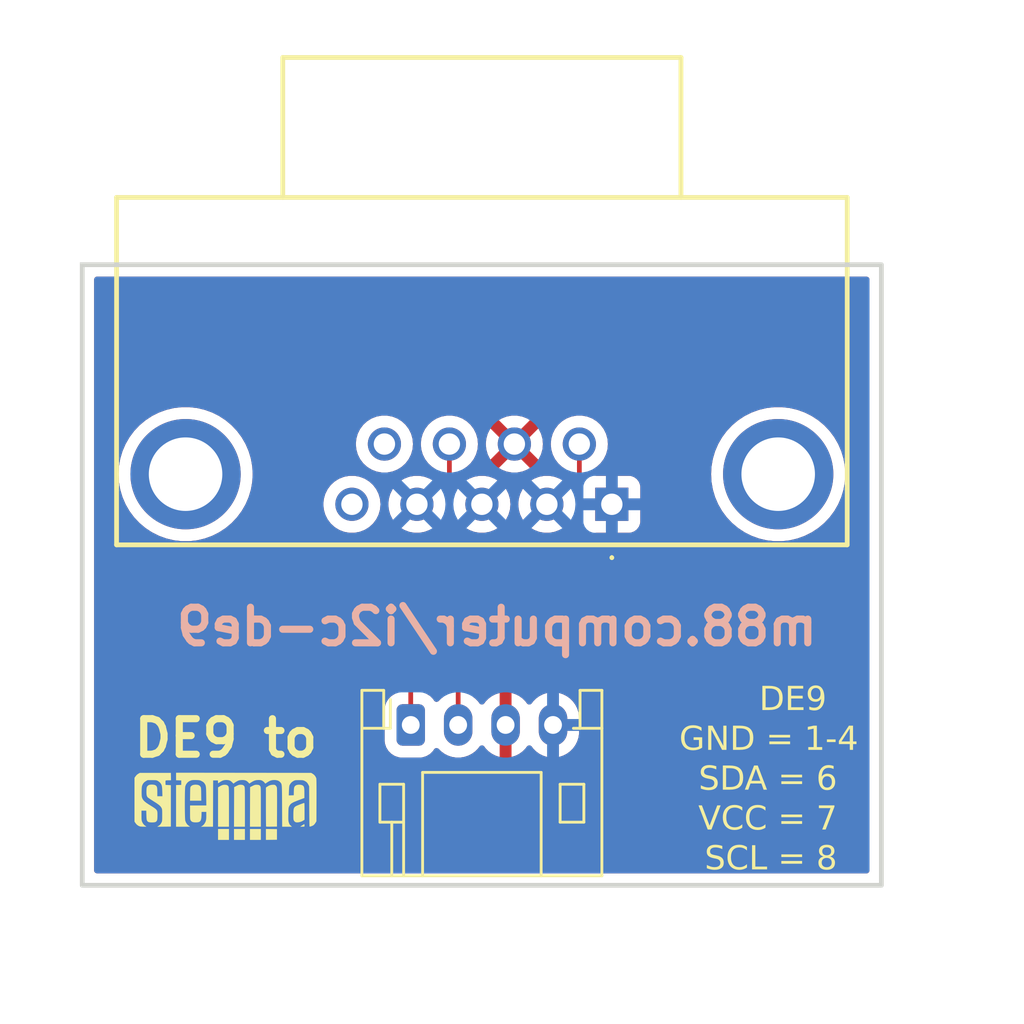
<source format=kicad_pcb>
(kicad_pcb (version 20240108) (generator "pcbnew") (generator_version "8.0")
  (layers (0 "F.Cu" signal) (31 "B.Cu" signal) (34 "B.Paste" user) (35 "F.Paste" user) (36 "B.SilkS" user "B.Silkscreen") (37 "F.SilkS" user "F.Silkscreen") (38 "B.Mask" user) (39 "F.Mask" user) (44 "Edge.Cuts" user))
  (net 0 "")
  (net 1 "GND")
  (net 4 "/SCL")
  (net 5 "/SDA")
  (net 6 "+5V")
  (footprint "LOGO" (layer "F.Cu") (at 144.145 122.936)
    (property "Reference" "G***" (hide yes))
    (property "Value" "LOGO" (hide yes))
    (fp_poly (pts (xy 0.129832 1.15079) (xy 0.129832 1.380948) (xy -0.100326 1.380948) (xy -0.330484 1.380948) (xy -0.330484 1.15079) (xy -0.330484 0.920632) (xy -0.100326 0.920632) (xy 0.129832 0.920632)) (fill solid) (layer "F.SilkS"))
    (fp_poly (pts (xy 0.802602 1.15079) (xy 0.802602 1.380948) (xy 0.572444 1.380948) (xy 0.342286 1.380948) (xy 0.342286 1.15079) (xy 0.342286 0.920632) (xy 0.572444 0.920632) (xy 0.802602 0.920632)) (fill solid) (layer "F.SilkS"))
    (fp_poly (pts (xy 1.475371 1.15079) (xy 1.475371 1.380948) (xy 1.245213 1.380948) (xy 1.015055 1.380948) (xy 1.015055 1.15079) (xy 1.015055 0.920632) (xy 1.245213 0.920632) (xy 1.475371 0.920632)) (fill solid) (layer "F.SilkS"))
    (fp_poly (pts (xy 1.920934 0.923333) (xy 2.154042 0.926533) (xy 2.154042 1.15079) (xy 2.154042 1.375046) (xy 1.920934 1.378247) (xy 1.687825 1.381447) (xy 1.687825 1.15079) (xy 1.687825 0.920133)) (fill solid) (layer "F.SilkS"))
    (fp_poly (pts (xy 3.313651 0.728431) (xy 3.316321 0.755057) (xy 3.314516 0.780823) (xy 3.310734 0.820306) (xy 3.21631 0.82321) (xy 3.170318 0.824052) (xy 3.145135 0.822781) (xy 3.138028 0.818994) (xy 3.145492 0.812716) (xy 3.167196 0.799382) (xy 3.200905 0.777598) (xy 3.237231 0.753475) (xy 3.276995 0.728662) (xy 3.301505 0.719973)) (fill solid) (layer "F.SilkS"))
    (fp_poly (pts (xy -1.198897 -0.942448) (xy -1.141412 -0.926009) (xy -1.098321 -0.897132) (xy -1.071306 -0.863312) (xy -1.062746 -0.848463) (xy -1.056172 -0.832782) (xy -1.051267 -0.812973) (xy -1.047715 -0.785738) (xy -1.045199 -0.74778) (xy -1.043402 -0.695802) (xy -1.042009 -0.626508) (xy -1.040828 -0.545888) (xy -1.037092 -0.271469) (xy -1.274533 -0.271469) (xy -1.511973 -0.271469) (xy -1.508426 -0.553906) (xy -1.507186 -0.643337) (xy -1.505811 -0.712294) (xy -1.504024 -0.763907) (xy -1.501549 -0.801306) (xy -1.498108 -0.827621) (xy -1.493425 -0.845985) (xy -1.487223 -0.859526) (xy -1.480512 -0.869635) (xy -1.439017 -0.909955) (xy -1.383274 -0.93546) (xy -1.310944 -0.947039) (xy -1.274401 -0.947959)) (fill solid) (layer "F.SilkS"))
    (fp_poly (pts (xy 0.018237 -0.938719) (xy 0.065696 -0.921095) (xy 0.098729 -0.889769) (xy 0.110536 -0.869206) (xy 0.114298 -0.859452) (xy 0.117542 -0.846063) (xy 0.120307 -0.827355) (xy 0.122631 -0.801644) (xy 0.12455 -0.767248) (xy 0.126102 -0.722484) (xy 0.127324 -0.665667) (xy 0.128254 -0.595115) (xy 0.128929 -0.509145) (xy 0.129388 -0.406072) (xy 0.129666 -0.284215) (xy 0.129801 -0.141889) (xy 0.129832 -0.001167) (xy 0.129832 0.826208) (xy -0.100326 0.826208) (xy -0.330484 0.826208) (xy -0.330484 -0.003408) (xy -0.330484 -0.833024) (xy -0.268518 -0.870427) (xy -0.204785 -0.906182) (xy -0.151666 -0.928809) (xy -0.10199 -0.940697) (xy -0.048582 -0.944236) (xy -0.047005 -0.944238)) (fill solid) (layer "F.SilkS"))
    (fp_poly (pts (xy 0.688383 -0.940212) (xy 0.737594 -0.921774) (xy 0.771836 -0.889217) (xy 0.783306 -0.869206) (xy 0.787067 -0.859452) (xy 0.790312 -0.846063) (xy 0.793077 -0.827355) (xy 0.7954 -0.801644) (xy 0.797319 -0.767248) (xy 0.798871 -0.722484) (xy 0.800093 -0.665667) (xy 0.801024 -0.595115) (xy 0.801699 -0.509145) (xy 0.802157 -0.406072) (xy 0.802435 -0.284215) (xy 0.802571 -0.141889) (xy 0.802602 -0.001167) (xy 0.802602 0.826208) (xy 0.572365 0.826208) (xy 0.342128 0.826208) (xy 0.345157 -0.008852) (xy 0.348187 -0.843913) (xy 0.448513 -0.894763) (xy 0.500562 -0.919958) (xy 0.540066 -0.935338) (xy 0.574746 -0.943184) (xy 0.612327 -0.945781) (xy 0.621359 -0.945874)) (fill solid) (layer "F.SilkS"))
    (fp_poly (pts (xy 1.35357 -0.941374) (xy 1.397066 -0.931412) (xy 1.428132 -0.912294) (xy 1.451716 -0.882567) (xy 1.456248 -0.874547) (xy 1.460158 -0.865289) (xy 1.463494 -0.853098) (xy 1.466299 -0.836277) (xy 1.468622 -0.813129) (xy 1.470506 -0.781957) (xy 1.471999 -0.741064) (xy 1.473145 -0.688755) (xy 1.473992 -0.623332) (xy 1.474584 -0.543098) (xy 1.474967 -0.446358) (xy 1.475188 -0.331413) (xy 1.475292 -0.196568) (xy 1.475325 -0.040127) (xy 1.475327 -0.008852) (xy 1.475371 0.826208) (xy 1.245134 0.826208) (xy 1.014897 0.826208) (xy 1.017927 -0.008852) (xy 1.020957 -0.843913) (xy 1.119002 -0.894075) (xy 1.169733 -0.918903) (xy 1.208133 -0.933986) (xy 1.24217 -0.94163) (xy 1.27981 -0.944141) (xy 1.292327 -0.944238)) (fill solid) (layer "F.SilkS"))
    (fp_poly (pts (xy 2.026758 -0.943499) (xy 2.056319 -0.939924) (xy 2.077341 -0.931068) (xy 2.097354 -0.914598) (xy 2.106952 -0.905167) (xy 2.139374 -0.861645) (xy 2.15347 -0.813694) (xy 2.154693 -0.793083) (xy 2.155751 -0.750972) (xy 2.156636 -0.689464) (xy 2.157336 -0.610665) (xy 2.157841 -0.516679) (xy 2.158142 -0.409611) (xy 2.158229 -0.291566) (xy 2.158092 -0.164649) (xy 2.15772 -0.030963) (xy 2.15748 0.029507) (xy 2.154042 0.820306) (xy 1.929049 0.823504) (xy 1.858429 0.824095) (xy 1.796032 0.823833) (xy 1.745651 0.822797) (xy 1.711081 0.821068) (xy 1.696115 0.818727) (xy 1.695941 0.818586) (xy 1.694584 0.805718) (xy 1.693298 0.771167) (xy 1.692102 0.716858) (xy 1.691015 0.644713) (xy 1.690056 0.556658) (xy 1.689243 0.454615) (xy 1.688597 0.340507) (xy 1.688134 0.216259) (xy 1.687875 0.083795) (xy 1.687825 -0.007268) (xy 1.687825 -0.825007) (xy 1.72627 -0.854331) (xy 1.811678 -0.90675) (xy 1.901263 -0.936362) (xy 1.981129 -0.944123)) (fill solid) (layer "F.SilkS"))
    (fp_poly (pts (xy 3.306276 -0.171971) (xy 3.309769 -0.155476) (xy 3.312444 -0.125529) (xy 3.314384 -0.080124) (xy 3.315673 -0.017258) (xy 3.316396 0.065074) (xy 3.316635 0.168877) (xy 3.316635 0.176241) (xy 3.316635 0.529526) (xy 3.281798 0.554333) (xy 3.216588 0.59246) (xy 3.144083 0.621133) (xy 3.070433 0.638913) (xy 3.001786 0.644364) (xy 2.944294 0.636049) (xy 2.93927 0.63436) (xy 2.897322 0.607258) (xy 2.871597 0.572444) (xy 2.861905 0.553841) (xy 2.854896 0.534848) (xy 2.850147 0.511389) (xy 2.847234 0.479391) (xy 2.845734 0.434778) (xy 2.845224 0.373477) (xy 2.845229 0.31868) (xy 2.846367 0.222976) (xy 2.850161 0.147579) (xy 2.857686 0.089241) (xy 2.870016 0.044715) (xy 2.888223 0.010756) (xy 2.913383 -0.015884) (xy 2.946568 -0.038452) (xy 2.966999 -0.049474) (xy 2.996767 -0.063244) (xy 3.0399 -0.081417) (xy 3.091431 -0.102102) (xy 3.146393 -0.123406) (xy 3.199817 -0.143439) (xy 3.246737 -0.160308) (xy 3.282185 -0.172121) (xy 3.301192 -0.176986) (xy 3.301882 -0.177018)) (fill solid) (layer "F.SilkS"))
    (fp_poly (pts (xy -2.315991 -1.289475) (xy -2.312698 -1.133086) (xy -2.416317 -1.132905) (xy -2.46483 -1.131767) (xy -2.505091 -1.128887) (xy -2.530669 -1.1248) (xy -2.535245 -1.123013) (xy -2.543783 -1.108147) (xy -2.547557 -1.075636) (xy -2.547048 -1.025819) (xy -2.543541 -0.938337) (xy -2.431413 -0.932435) (xy -2.319285 -0.926534) (xy -2.319285 -0.053114) (xy -2.319285 0.820306) (xy -2.608158 0.823473) (xy -2.897031 0.82664) (xy -2.844217 0.792678) (xy -2.790044 0.753061) (xy -2.751019 0.711137) (xy -2.719543 0.65829) (xy -2.71231 0.643115) (xy -2.703213 0.622098) (xy -2.696409 0.60148) (xy -2.691567 0.577516) (xy -2.688356 0.546463) (xy -2.686444 0.504576) (xy -2.685501 0.448111) (xy -2.685195 0.373325) (xy -2.685177 0.336385) (xy -2.685295 0.253341) (xy -2.685872 0.19025) (xy -2.687248 0.143456) (xy -2.689759 0.109306) (xy -2.693744 0.084146) (xy -2.699539 0.064321) (xy -2.707482 0.046178) (xy -2.712985 0.035409) (xy -2.73362 0.000105) (xy -2.758262 -0.032706) (xy -2.789604 -0.065273) (xy -2.830339 -0.099849) (xy -2.883162 -0.138683) (xy -2.950766 -0.184028) (xy -3.035843 -0.238134) (xy -3.053442 -0.249115) (xy -3.120429 -0.291499) (xy -3.181755 -0.331583) (xy -3.234151 -0.367128) (xy -3.274347 -0.395893) (xy -3.299073 -0.415639) (xy -3.304215 -0.420901) (xy -3.325006 -0.454662) (xy -3.339251 -0.496819) (xy -3.347616 -0.551298) (xy -3.350766 -0.622029) (xy -3.35002 -0.691403) (xy -3.347188 -0.76119) (xy -3.341804 -0.812362) (xy -3.332061 -0.849896) (xy -3.31615 -0.878773) (xy -3.292262 -0.903969) (xy -3.264881 -0.925804) (xy -3.230932 -0.940573) (xy -3.181413 -0.949428) (xy -3.123612 -0.952362) (xy -3.064814 -0.949367) (xy -3.012306 -0.940434) (xy -2.97435 -0.926132) (xy -2.945542 -0.906541) (xy -2.924178 -0.883544) (xy -2.909199 -0.853472) (xy -2.899545 -0.812659) (xy -2.894155 -0.757435) (xy -2.89197 -0.684134) (xy -2.891747 -0.640312) (xy -2.891729 -0.460316) (xy -2.784163 -0.460316) (xy -2.676598 -0.460316) (xy -2.682225 -0.663918) (xy -2.685633 -0.755321) (xy -2.690846 -0.827195) (xy -2.698846 -0.883604) (xy -2.710615 -0.928608) (xy -2.727135 -0.966271) (xy -2.749389 -1.000656) (xy -2.769762 -1.025955) (xy -2.805939 -1.060802) (xy -2.850465 -1.093973) (xy -2.872397 -1.107001) (xy -2.896574 -1.119189) (xy -2.918473 -1.127811) (xy -2.942788 -1.133482) (xy -2.974209 -1.136818) (xy -3.017429 -1.138436) (xy -3.07714 -1.138951) (xy -3.115985 -1.138987) (xy -3.298932 -1.138987) (xy -3.371372 -1.099691) (xy -3.444409 -1.04781) (xy -3.498631 -0.981787) (xy -3.533667 -0.902089) (xy -3.536114 -0.893338) (xy -3.544027 -0.8475) (xy -3.549416 -0.779656) (xy -3.552185 -0.691284) (xy -3.552555 -0.640754) (xy -3.552235 -0.565681) (xy -3.550838 -0.509356) (xy -3.547896 -0.466929) (xy -3.542945 -0.433552) (xy -3.535518 -0.404375) (xy -3.527586 -0.381089) (xy -3.503549 -0.330788) (xy -3.468018 -0.28233) (xy -3.418515 -0.233353) (xy -3.352562 -0.181494) (xy -3.267679 -0.124391) (xy -3.239917 -0.106977) (xy -3.146792 -0.049337) (xy -3.071592 -0.002003) (xy -3.012404 0.037517) (xy -2.967315 0.071711) (xy -2.934412 0.103072) (xy -2.911783 0.134089) (xy -2.897515 0.167253) (xy -2.889696 0.205054) (xy -2.886412 0.249983) (xy -2.885752 0.30453) (xy -2.885827 0.354089) (xy -2.88686 0.4346) (xy -2.890663 0.495438) (xy -2.898297 0.540473) (xy -2.910822 0.573574) (xy -2.929297 0.598613) (xy -2.954782 0.619459) (xy -2.959323 0.622495) (xy -2.990282 0.633917) (xy -3.037593 0.641347) (xy -3.09434 0.644787) (xy -3.15361 0.644236) (xy -3.208486 0.639697) (xy -3.252056 0.631171) (xy -3.27273 0.622442) (xy -3.297874 0.604181) (xy -3.31665 0.584479) (xy -3.330123 0.559575) (xy -3.339363 0.525705) (xy -3.345435 0.479106) (xy -3.349408 0.416016) (xy -3.352045 0.342872) (xy -3.357946 0.147537) (xy -3.458272 0.147537) (xy -3.558597 0.147537) (xy -3.558597 0.348188) (xy -3.558317 0.423825) (xy -3.557162 0.480562) (xy -3.55466 0.523103) (xy -3.550339 0.556151) (xy -3.543727 0.584409) (xy -3.534352 0.612579) (xy -3.531219 0.620956) (xy -3.494468 0.690589) (xy -3.442314 0.752843) (xy -3.381211 0.800291) (xy -3.369749 0.806692) (xy -3.355171 0.814919) (xy -3.351082 0.820235) (xy -3.360433 0.823235) (xy -3.386176 0.824514) (xy -3.43126 0.824666) (xy -3.458272 0.824527) (xy -3.514332 0.823371) (xy -3.565361 0.820851) (xy -3.604313 0.817389) (xy -3.619595 0.814885) (xy -3.689513 0.787101) (xy -3.754286 0.740351) (xy -3.8076 0.679246) (xy -3.809754 0.676045) (xy -3.853671 0.6099) (xy -3.853671 -0.313598) (xy -3.853671 -1.237096) (xy -3.806459 -1.304995) (xy -3.755546 -1.364942) (xy -3.6956 -1.408662) (xy -3.694331 -1.409379) (xy -3.629415 -1.445865) (xy -2.97435 -1.445865) (xy -2.319285 -1.445865)) (fill solid) (layer "F.SilkS"))
    (fp_poly (pts (xy 0.746538 -1.448911) (xy 3.594005 -1.445865) (xy 3.658607 -1.409222) (xy 3.720413 -1.36277) (xy 3.771555 -1.302176) (xy 3.806398 -1.234547) (xy 3.812474 -1.215284) (xy 3.815129 -1.192865) (xy 3.817362 -1.146981) (xy 3.819172 -1.07777) (xy 3.820558 -0.985371) (xy 3.821517 -0.86992) (xy 3.82205 -0.731556) (xy 3.822154 -0.570417) (xy 3.821828 -0.38664) (xy 3.821503 -0.286364) (xy 3.818262 0.596986) (xy 3.77728 0.664597) (xy 3.748554 0.70549) (xy 3.716081 0.742223) (xy 3.692856 0.762313) (xy 3.65808 0.782464) (xy 3.617623 0.80023) (xy 3.578024 0.813447) (xy 3.545826 0.819949) (xy 3.52757 0.817569) (xy 3.527147 0.817184) (xy 3.525579 0.804142) (xy 3.524006 0.76939) (xy 3.522454 0.714825) (xy 3.520952 0.642344) (xy 3.519528 0.553843) (xy 3.518209 0.451219) (xy 3.517023 0.336368) (xy 3.515998 0.211186) (xy 3.515162 0.077571) (xy 3.514641 -0.035693) (xy 3.511384 -0.879322) (xy 3.480185 -0.944238) (xy 3.442269 -1.010006) (xy 3.397695 -1.058732) (xy 3.339951 -1.096981) (xy 3.317704 -1.108044) (xy 3.289554 -1.120481) (xy 3.263853 -1.12906) (xy 3.235295 -1.13449) (xy 3.198575 -1.137481) (xy 3.148388 -1.138743) (xy 3.086477 -1.138987) (xy 3.020342 -1.138772) (xy 2.972517 -1.137593) (xy 2.937709 -1.134653) (xy 2.910622 -1.129153) (xy 2.885961 -1.120295) (xy 2.858432 -1.10728) (xy 2.850819 -1.103454) (xy 2.783988 -1.058453) (xy 2.727506 -0.998532) (xy 2.6872 -0.930252) (xy 2.679727 -0.910883) (xy 2.674204 -0.884053) (xy 2.66879 -0.838927) (xy 2.663965 -0.780813) (xy 2.660212 -0.715017) (xy 2.658895 -0.681142) (xy 2.652824 -0.494765) (xy 2.757522 -0.498196) (xy 2.862221 -0.501627) (xy 2.86492 -0.659446) (xy 2.867267 -0.735485) (xy 2.872203 -0.792306) (xy 2.881041 -0.834262) (xy 2.895094 -0.865706) (xy 2.915673 -0.890992) (xy 2.941162 -0.912307) (xy 2.98525 -0.933394) (xy 3.04323 -0.945125) (xy 3.107292 -0.947435) (xy 3.169628 -0.94026) (xy 3.222428 -0.923533) (xy 3.238195 -0.914773) (xy 3.261924 -0.896203) (xy 3.279924 -0.87346) (xy 3.292948 -0.843223) (xy 3.301754 -0.802171) (xy 3.307096 -0.746982) (xy 3.309731 -0.674336) (xy 3.310403 -0.597361) (xy 3.310734 -0.386219) (xy 3.086477 -0.302274) (xy 2.984293 -0.263232) (xy 2.901897 -0.229517) (xy 2.836563 -0.199364) (xy 2.785565 -0.171005) (xy 2.746175 -0.142675) (xy 2.715668 -0.112608) (xy 2.691317 -0.079037) (xy 2.670395 -0.040195) (xy 2.665405 -0.029508) (xy 2.656638 -0.008871) (xy 2.649912 0.012026) (xy 2.644888 0.03673) (xy 2.641228 0.068788) (xy 2.638593 0.111747) (xy 2.636645 0.169153) (xy 2.635046 0.244555) (xy 2.634142 0.298115) (xy 2.632887 0.386375) (xy 2.63247 0.454881) (xy 2.633116 0.507475) (xy 2.635051 0.548001) (xy 2.638498 0.580303) (xy 2.643681 0.608223) (xy 2.650826 0.635606) (xy 2.654594 0.648292) (xy 2.671771 0.697494) (xy 2.69116 0.732849) (xy 2.718573 0.763843) (xy 2.734098 0.778035) (xy 2.788825 0.826208) (xy 2.581043 0.826208) (xy 2.373261 0.826208) (xy 2.369451 -0.044261) (xy 2.368717 -0.212986) (xy 2.368016 -0.35978) (xy 2.367227 -0.486317) (xy 2.366229 -0.594271) (xy 2.364903 -0.685316) (xy 2.363129 -0.761128) (xy 2.360786 -0.823379) (xy 2.357754 -0.873744) (xy 2.353914 -0.913898) (xy 2.349144 -0.945515) (xy 2.343326 -0.970268) (xy 2.336339 -0.989833) (xy 2.328063 -1.005883) (xy 2.318378 -1.020092) (xy 2.307164 -1.034136) (xy 2.297625 -1.045629) (xy 2.244948 -1.094028) (xy 2.179341 -1.125859) (xy 2.098556 -1.141989) (xy 2.041914 -1.144493) (xy 1.967743 -1.140242) (xy 1.90161 -1.126158) (xy 1.836534 -1.099851) (xy 1.765536 -1.058929) (xy 1.737078 -1.040089) (xy 1.701397 -1.016526) (xy 1.674276 -0.999914) (xy 1.660596 -0.993207) (xy 1.659881 -0.993343) (xy 1.605269 -1.061714) (xy 1.540549 -1.10992) (xy 1.532399 -1.114161) (xy 1.495078 -1.130582) (xy 1.45936 -1.139992) (xy 1.416118 -1.144153) (xy 1.373171 -1.144889) (xy 1.290708 -1.139584) (xy 1.216221 -1.122063) (xy 1.142375 -1.089914) (xy 1.067086 -1.044266) (xy 0.990826 -0.993128) (xy 0.936968 -1.050706) (xy 0.888676 -1.094476) (xy 0.837111 -1.123376) (xy 0.776855 -1.139223) (xy 0.702492 -1.143834) (xy 0.662614 -1.142709) (xy 0.605887 -1.138552) (xy 0.562787 -1.130928) (xy 0.523352 -1.117384) (xy 0.48401 -1.098743) (xy 0.438049 -1.073554) (xy 0.393921 -1.046434) (xy 0.364013 -1.025371) (xy 0.320646 -0.991024) (xy 0.257697 -1.053602) (xy 0.209507 -1.095867) (xy 0.161909 -1.123347) (xy 0.107838 -1.138698) (xy 0.040231 -1.144575) (xy 0.014868 -1.144889) (xy -0.049093 -1.141513) (xy -0.105603 -1.129747) (xy -0.162034 -1.107133) (xy -0.225758 -1.071214) (xy -0.247432 -1.057455) (xy -0.329293 -1.004499) (xy -0.332839 -1.065842) (xy -0.336385 -1.127184) (xy -0.43671 -1.127184) (xy -0.537036 -1.127184) (xy -0.540055 -0.150488) (xy -0.543074 0.826208) (xy -0.79972 0.825686) (xy -1.056366 0.825165) (xy -1.013482 0.802505) (xy -0.956391 0.760846) (xy -0.9054 0.701869) (xy -0.865419 0.631832) (xy -0.851593 0.596161) (xy -0.840492 0.557937) (xy -0.833068 0.519332) (xy -0.828659 0.474183) (xy -0.826604 0.416327) (xy -0.826208 0.359743) (xy -0.826208 0.20065) (xy -0.925138 0.20065) (xy -1.024068 0.20065) (xy -1.028762 0.351302) (xy -1.034356 0.443271) (xy -1.046043 0.514421) (xy -1.065822 0.567183) (xy -1.095694 0.603988) (xy -1.137661 0.627267) (xy -1.193721 0.639449) (xy -1.265876 0.642966) (xy -1.26882 0.642962) (xy -1.343389 0.639477) (xy -1.399297 0.628379) (xy -1.440732 0.607978) (xy -1.471886 0.576582) (xy -1.485242 0.555656) (xy -1.493203 0.540366) (xy -1.499315 0.524273) (xy -1.503821 0.504172) (xy -1.506963 0.476858) (xy -1.508987 0.439128) (xy -1.510136 0.387778) (xy -1.510652 0.319603) (xy -1.51078 0.231398) (xy -1.510781 0.219699) (xy -1.510781 -0.070818) (xy -1.167772 -0.070818) (xy -0.824764 -0.070818) (xy -0.829188 -0.463267) (xy -0.830584 -0.576935) (xy -0.832197 -0.669765) (xy -0.834398 -0.744525) (xy -0.837556 -0.803982) (xy -0.842039 -0.850905) (xy -0.848218 -0.88806) (xy -0.856461 -0.918216) (xy -0.867138 -0.94414) (xy -0.880618 -0.968599) (xy -0.897269 -0.994362) (xy -0.900729 -0.999495) (xy -0.930258 -1.036561) (xy -0.966166 -1.066341) (xy -1.016358 -1.095286) (xy -1.021064 -1.097677) (xy -1.05632 -1.114902) (xy -1.085507 -1.126686) (xy -1.114741 -1.134229) (xy -1.150137 -1.138729) (xy -1.197814 -1.141386) (xy -1.252653 -1.143095) (xy -1.329653 -1.14404) (xy -1.388571 -1.141813) (xy -1.434766 -1.136051) (xy -1.466174 -1.12865) (xy -1.549945 -1.092589) (xy -1.620023 -1.038265) (xy -1.674047 -0.968125) (xy -1.709651 -0.884616) (xy -1.712674 -0.87342) (xy -1.716666 -0.845455) (xy -1.720162 -0.796822) (xy -1.723161 -0.730237) (xy -1.725665 -0.648414) (xy -1.727673 -0.554068) (xy -1.729188 -0.449914) (xy -1.73021 -0.338665) (xy -1.730739 -0.223037) (xy -1.730777 -0.105744) (xy -1.730325 0.010499) (xy -1.729383 0.122977) (xy -1.727952 0.228977) (xy -1.726034 0.325784) (xy -1.723628 0.410682) (xy -1.720736 0.480958) (xy -1.717359 0.533896) (xy -1.713498 0.566783) (xy -1.712213 0.572444) (xy -1.678334 0.656697) (xy -1.630038 0.727209) (xy -1.570108 0.779934) (xy -1.568975 0.780672) (xy -1.537902 0.801416) (xy -1.516788 0.816675) (xy -1.510781 0.822294) (xy -1.522057 0.823364) (xy -1.553779 0.824322) (xy -1.602786 0.825127) (xy -1.665917 0.825737) (xy -1.740013 0.826109) (xy -1.805855 0.826208) (xy -2.10093 0.826208) (xy -2.10093 -0.052671) (xy -2.10093 -0.931549) (xy -1.991752 -0.934943) (xy -1.882575 -0.938337) (xy -1.882575 -1.03276) (xy -1.882575 -1.127184) (xy -1.991752 -1.130578) (xy -2.10093 -1.133972) (xy -2.10093 -1.292964) (xy -2.10093 -1.451957)) (fill solid) (layer "F.SilkS"))
  )
  (footprint "SamacSys_Parts:LD09P13A4GX00LF" (layer "F.Cu") (at 160.42 110.165 180)
    (property "Reference" "J1" (hide yes))
    (property "Value" "DE9_Receptacle" (hide yes))
    (fp_line (start 20.885001 -1.71) (end 20.885 12.94) (stroke (width 0.2)) (layer "F.SilkS"))
    (fp_line (start 20.885 12.94) (end -9.925 12.94) (stroke (width 0.2)) (layer "F.SilkS"))
    (fp_line (start 13.875 18.84) (end 13.875 12.94) (stroke (width 0.2)) (layer "F.SilkS"))
    (fp_line (start 0 -2.2) (end 0 -2.2) (stroke (width 0.1)) (layer "F.SilkS"))
    (fp_line (start 0 -2.300001) (end 0 -2.300001) (stroke (width 0.1)) (layer "F.SilkS"))
    (fp_line (start -2.915 18.84) (end 13.875 18.84) (stroke (width 0.2)) (layer "F.SilkS"))
    (fp_line (start -2.915 12.94) (end -2.915 18.84) (stroke (width 0.2)) (layer "F.SilkS"))
    (fp_line (start -9.925 12.94) (end -9.925 -1.71) (stroke (width 0.2)) (layer "F.SilkS"))
    (fp_line (start -9.925 -1.71) (end 20.885001 -1.71) (stroke (width 0.2)) (layer "F.SilkS"))
    (fp_arc (start 0 -2.2) (mid -0.05 -2.25) (end 0 -2.300001) (stroke (width 0.1)) (layer "F.SilkS"))
    (fp_arc (start 0 -2.300001) (mid 0.050001 -2.25) (end 0 -2.2) (stroke (width 0.1)) (layer "F.SilkS"))
    (pad "1" thru_hole rect (at 0 0 180) (size 1.4 1.4) (drill 0.9) (layers "*.Cu" "*.Mask") (net 1 "GND"))
    (pad "2" thru_hole circle (at 2.740001 0 180) (size 1.4 1.4) (drill 0.9) (layers "*.Cu" "*.Mask") (net 1 "GND"))
    (pad "3" thru_hole circle (at 5.48 0 180) (size 1.4 1.4) (drill 0.9) (layers "*.Cu" "*.Mask") (net 1 "GND"))
    (pad "4" thru_hole circle (at 8.22 0 180) (size 1.4 1.4) (drill 0.9) (layers "*.Cu" "*.Mask") (net 1 "GND"))
    (pad "5" thru_hole circle (at 10.96 0 180) (size 1.4 1.4) (drill 0.9) (layers "*.Cu" "*.Mask"))
    (pad "6" thru_hole circle (at 1.37 2.54 180) (size 1.4 1.4) (drill 0.9) (layers "*.Cu" "*.Mask") (net 5 "/SDA"))
    (pad "7" thru_hole circle (at 4.11 2.54 180) (size 1.4 1.4) (drill 0.9) (layers "*.Cu" "*.Mask") (net 6 "+5V"))
    (pad "8" thru_hole circle (at 6.85 2.54 180) (size 1.4 1.4) (drill 0.9) (layers "*.Cu" "*.Mask") (net 4 "/SCL"))
    (pad "9" thru_hole circle (at 9.59 2.54 180) (size 1.4 1.4) (drill 0.9) (layers "*.Cu" "*.Mask"))
    (pad "10" thru_hole circle (at -7.015 1.270001 180) (size 4.65 4.65) (drill 3.1) (layers "*.Cu" "*.Mask"))
    (pad "11" thru_hole circle (at 17.975 1.27 180) (size 4.65 4.65) (drill 3.1) (layers "*.Cu" "*.Mask"))
  )
  (footprint "Connector_JST:JST_PH_S4B-PH-K_1x04_P2.00mm_Horizontal" (layer "F.Cu") (at 151.94 119.47)
    (property "Reference" "J2" (hide yes))
    (property "Value" "Conn_01x04")
    (fp_line (start -2.06 -1.46) (end -2.06 6.36) (stroke (width 0.12)) (layer "F.SilkS"))
    (fp_line (start -2.06 0.14) (end -1.14 0.14) (stroke (width 0.12)) (layer "F.SilkS"))
    (fp_line (start -2.06 6.36) (end 8.06 6.36) (stroke (width 0.12)) (layer "F.SilkS"))
    (fp_line (start -1.3 2.5) (end -1.3 4.1) (stroke (width 0.12)) (layer "F.SilkS"))
    (fp_line (start -1.3 4.1) (end -0.3 4.1) (stroke (width 0.12)) (layer "F.SilkS"))
    (fp_line (start -1.14 -1.46) (end -2.06 -1.46) (stroke (width 0.12)) (layer "F.SilkS"))
    (fp_line (start -1.14 0.14) (end -1.14 -1.46) (stroke (width 0.12)) (layer "F.SilkS"))
    (fp_line (start -0.86 0.14) (end -1.14 0.14) (stroke (width 0.12)) (layer "F.SilkS"))
    (fp_line (start -0.86 0.14) (end -0.86 -1.075) (stroke (width 0.12)) (layer "F.SilkS"))
    (fp_line (start -0.8 4.1) (end -0.8 6.36) (stroke (width 0.12)) (layer "F.SilkS"))
    (fp_line (start -0.3 2.5) (end -1.3 2.5) (stroke (width 0.12)) (layer "F.SilkS"))
    (fp_line (start -0.3 4.1) (end -0.3 2.5) (stroke (width 0.12)) (layer "F.SilkS"))
    (fp_line (start -0.3 4.1) (end -0.3 6.36) (stroke (width 0.12)) (layer "F.SilkS"))
    (fp_line (start 0.5 2) (end 5.5 2) (stroke (width 0.12)) (layer "F.SilkS"))
    (fp_line (start 0.5 6.36) (end 0.5 2) (stroke (width 0.12)) (layer "F.SilkS"))
    (fp_line (start 5.5 2) (end 5.5 6.36) (stroke (width 0.12)) (layer "F.SilkS"))
    (fp_line (start 6.3 2.5) (end 7.3 2.5) (stroke (width 0.12)) (layer "F.SilkS"))
    (fp_line (start 6.3 4.1) (end 6.3 2.5) (stroke (width 0.12)) (layer "F.SilkS"))
    (fp_line (start 7.14 -1.46) (end 7.14 0.14) (stroke (width 0.12)) (layer "F.SilkS"))
    (fp_line (start 7.14 0.14) (end 6.86 0.14) (stroke (width 0.12)) (layer "F.SilkS"))
    (fp_line (start 7.3 2.5) (end 7.3 4.1) (stroke (width 0.12)) (layer "F.SilkS"))
    (fp_line (start 7.3 4.1) (end 6.3 4.1) (stroke (width 0.12)) (layer "F.SilkS"))
    (fp_line (start 8.06 -1.46) (end 7.14 -1.46) (stroke (width 0.12)) (layer "F.SilkS"))
    (fp_line (start 8.06 0.14) (end 7.14 0.14) (stroke (width 0.12)) (layer "F.SilkS"))
    (fp_line (start 8.06 6.36) (end 8.06 -1.46) (stroke (width 0.12)) (layer "F.SilkS"))
    (pad "1" thru_hole roundrect (at 0 0) (size 1.2 1.75) (drill 0.75) (layers "*.Cu" "*.Mask") (roundrect_rratio 0.208333) (net 4 "/SCL"))
    (pad "2" thru_hole oval (at 2 0) (size 1.2 1.75) (drill 0.75) (layers "*.Cu" "*.Mask") (net 5 "/SDA"))
    (pad "3" thru_hole oval (at 4 0) (size 1.2 1.75) (drill 0.75) (layers "*.Cu" "*.Mask") (net 6 "+5V"))
    (pad "4" thru_hole oval (at 6 0) (size 1.2 1.75) (drill 0.75) (layers "*.Cu" "*.Mask") (net 1 "GND"))
  )
  (gr_rect (start 138.087002 100.063) (end 171.785701 126.23) (stroke (width 0.2)) (fill none) (layer "Edge.Cuts"))
  (gr_text "m88.computer/i2c-de9" (at 155.575 116.205 -0) (layer "B.SilkS") (effects (font (size 1.5 1.5) (thickness 0.3) (bold yes)) (justify bottom mirror)))
  (gr_text "   DE9   \nGND = 1-4\nSDA = 6  \nVCC = 7  \nSCL = 8  " (at 170.815 125.73 0) (layer "F.SilkS") (effects (font (size 1 1) (thickness 0.1)) (justify right bottom)))
  (gr_text "DE9 to" (at 144.145 120.904 0) (layer "F.SilkS") (effects (font (size 1.5 1.5) (thickness 0.3) (bold yes)) (justify bottom)))
  (segment (start 151.94 114.4425) (end 153.57 112.8125) (width 0.2) (layer "F.Cu") (net 4))
  (segment (start 151.94 119.47) (end 151.94 114.4425) (width 0.2) (layer "F.Cu") (net 4))
  (segment (start 153.57 112.8125) (end 153.57 107.625) (width 0.2) (layer "F.Cu") (net 4))
  (segment (start 159.05 112.73) (end 157.48 114.3) (width 0.2) (layer "F.Cu") (net 5))
  (segment (start 154.94 114.3) (end 153.94 115.3) (width 0.2) (layer "F.Cu") (net 5))
  (segment (start 159.05 107.625) (end 159.05 112.73) (width 0.2) (layer "F.Cu") (net 5))
  (segment (start 153.94 115.3) (end 153.94 119.47) (width 0.2) (layer "F.Cu") (net 5))
  (segment (start 157.48 114.3) (end 154.94 114.3) (width 0.2) (layer "F.Cu") (net 5))
  (zone (net 6) (net_name "+5V") (layer "F.Cu") (connect_pads (clearance 0.5)) (min_thickness 0.25) (fill yes (thermal_gap 0.5) (thermal_bridge_width 0.5))
    (polygon (pts (xy 134.62 88.9) (xy 175.26 88.9) (xy 175.26 129.54) (xy 134.62 129.54)))
  )
  (zone (net 1) (net_name "GND") (layer "B.Cu") (connect_pads (clearance 0.5)) (min_thickness 0.25) (fill yes (thermal_gap 0.5) (thermal_bridge_width 0.5))
    (polygon (pts (xy 137.16 91.44) (xy 177.8 91.44) (xy 177.8 132.08) (xy 137.16 132.08)))
  )
)
</source>
